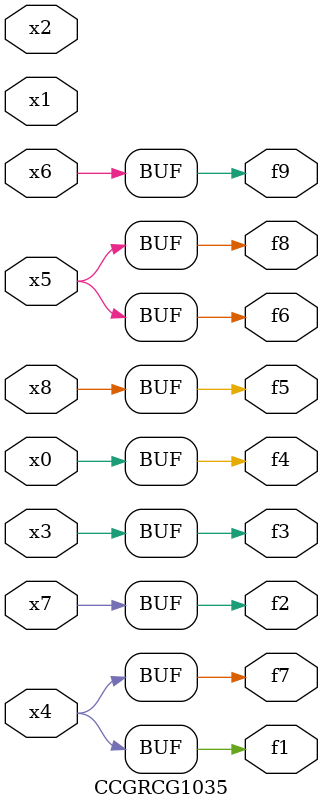
<source format=v>
module CCGRCG1035(
	input x0, x1, x2, x3, x4, x5, x6, x7, x8,
	output f1, f2, f3, f4, f5, f6, f7, f8, f9
);
	assign f1 = x4;
	assign f2 = x7;
	assign f3 = x3;
	assign f4 = x0;
	assign f5 = x8;
	assign f6 = x5;
	assign f7 = x4;
	assign f8 = x5;
	assign f9 = x6;
endmodule

</source>
